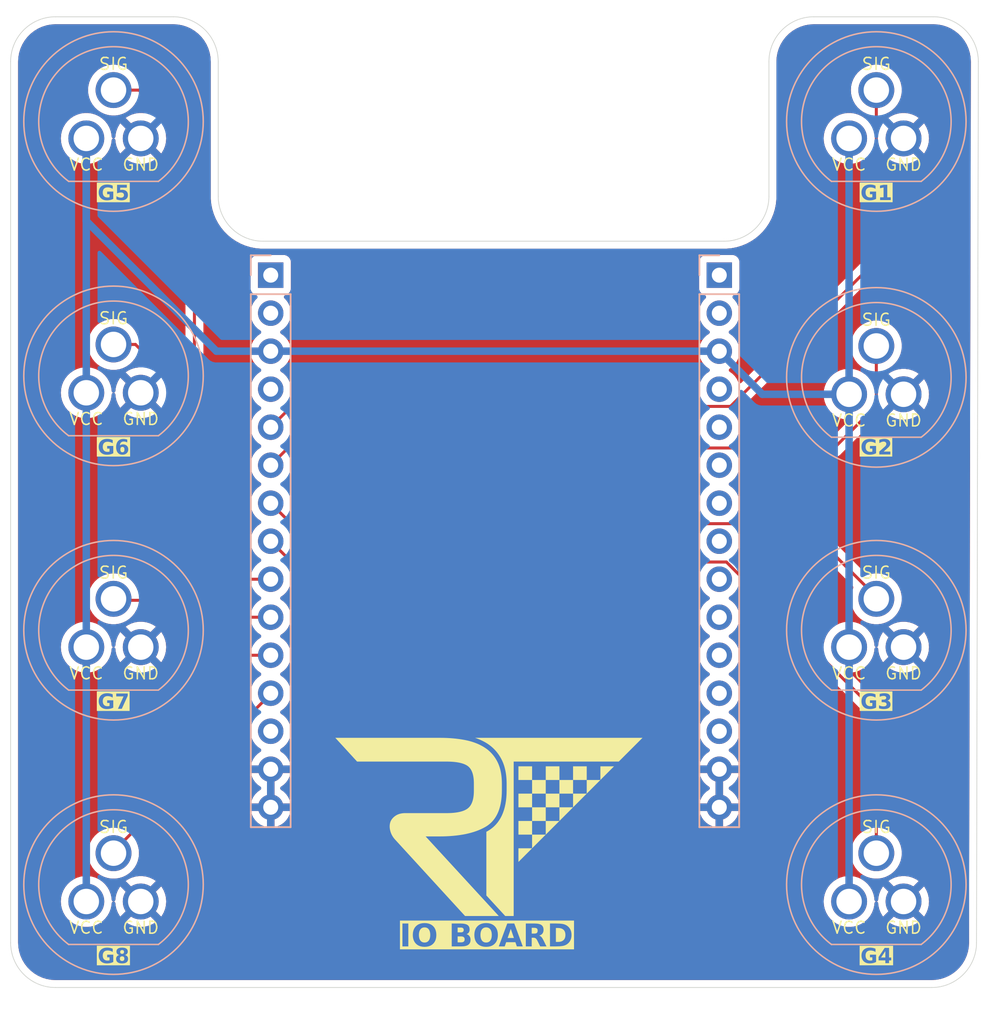
<source format=kicad_pcb>
(kicad_pcb (version 20221018) (generator pcbnew)
  (layers (0 "F.Cu" signal) (31 "B.Cu" signal) (34 "B.Paste" user) (35 "F.Paste" user) (36 "B.SilkS" user "B.Silkscreen") (37 "F.SilkS" user "F.Silkscreen") (38 "B.Mask" user) (39 "F.Mask" user) (44 "Edge.Cuts" user))
  (net 0 "")
  (net 1 "GND")
  (net 2 "GPIO1")
  (net 3 "+3V3")
  (net 4 "GPIO2")
  (net 5 "GPIO3")
  (net 6 "GPIO4")
  (net 7 "GPIO6")
  (net 8 "GPIO5")
  (net 25 "GPIO7")
  (net 26 "GPIO8")
  (footprint "RaceTrackr:RaceTrackr Interface Board Reference" (layer "F.Cu") (at 146.5 107.5)
    (fp_text reference "U1" hide)
    (fp_text value "~")
    (fp_line (start -16.43132 -41.62132) (end -16.43132 -40.29132) (stroke (width 0.12)) (layer "B.SilkS"))
    (fp_line (start -16.43132 -39.02132) (end -16.43132 -3.40132) (stroke (width 0.12)) (layer "B.SilkS"))
    (fp_line (start -15.10132 -41.62132) (end -16.43132 -41.62132) (stroke (width 0.12)) (layer "B.SilkS"))
    (fp_line (start -13.77132 -39.02132) (end -16.43132 -39.02132) (stroke (width 0.12)) (layer "B.SilkS"))
    (fp_line (start -13.77132 -39.02132) (end -13.77132 -3.40132) (stroke (width 0.12)) (layer "B.SilkS"))
    (fp_line (start -13.77132 -3.40132) (end -16.43132 -3.40132) (stroke (width 0.12)) (layer "B.SilkS"))
    (fp_line (start 13.55868 -41.62132) (end 13.55868 -40.29132) (stroke (width 0.12)) (layer "B.SilkS"))
    (fp_line (start 13.55868 -39.02132) (end 13.55868 -3.40132) (stroke (width 0.12)) (layer "B.SilkS"))
    (fp_line (start 14.88868 -41.62132) (end 13.55868 -41.62132) (stroke (width 0.12)) (layer "B.SilkS"))
    (fp_line (start 16.21868 -39.02132) (end 13.55868 -39.02132) (stroke (width 0.12)) (layer "B.SilkS"))
    (fp_line (start 16.21868 -39.02132) (end 16.21868 -3.40132) (stroke (width 0.12)) (layer "B.SilkS"))
    (fp_line (start 16.21868 -3.40132) (end 13.55868 -3.40132) (stroke (width 0.12)) (layer "B.SilkS"))
    (pad "1" thru_hole rect (at -15.10132 -40.29132 180) (size 1.7 1.7) (drill 1) (layers "*.Cu" "*.Mask"))
    (pad "2" thru_hole oval (at -15.10132 -37.75132 180) (size 1.7 1.7) (drill 1) (layers "*.Cu" "*.Mask"))
    (pad "3" thru_hole oval (at -15.10132 -35.21132 180) (size 1.7 1.7) (drill 1) (layers "*.Cu" "*.Mask") (net 3 "+3V3"))
    (pad "4" thru_hole oval (at -15.10132 -32.67132 180) (size 1.7 1.7) (drill 1) (layers "*.Cu" "*.Mask"))
    (pad "5" thru_hole oval (at -15.10132 -30.13132 180) (size 1.7 1.7) (drill 1) (layers "*.Cu" "*.Mask") (net 2 "GPIO1"))
    (pad "6" thru_hole oval (at -15.10132 -27.59132 180) (size 1.7 1.7) (drill 1) (layers "*.Cu" "*.Mask") (net 4 "GPIO2"))
    (pad "7" thru_hole oval (at -15.10132 -25.05132 180) (size 1.7 1.7) (drill 1) (layers "*.Cu" "*.Mask") (net 5 "GPIO3"))
    (pad "8" thru_hole oval (at -15.10132 -22.51132 180) (size 1.7 1.7) (drill 1) (layers "*.Cu" "*.Mask") (net 6 "GPIO4"))
    (pad "9" thru_hole oval (at -15.10132 -19.97132 180) (size 1.7 1.7) (drill 1) (layers "*.Cu" "*.Mask") (net 8 "GPIO5"))
    (pad "10" thru_hole oval (at -15.10132 -17.43132 180) (size 1.7 1.7) (drill 1) (layers "*.Cu" "*.Mask") (net 7 "GPIO6"))
    (pad "11" thru_hole oval (at -15.10132 -14.89132 180) (size 1.7 1.7) (drill 1) (layers "*.Cu" "*.Mask") (net 25 "GPIO7"))
    (pad "12" thru_hole oval (at -15.10132 -12.35132 180) (size 1.7 1.7) (drill 1) (layers "*.Cu" "*.Mask") (net 26 "GPIO8"))
    (pad "13" thru_hole oval (at -15.10132 -9.81132 180) (size 1.7 1.7) (drill 1) (layers "*.Cu" "*.Mask"))
    (pad "14" thru_hole oval (at -15.10132 -7.27132 180) (size 1.7 1.7) (drill 1) (layers "*.Cu" "*.Mask") (net 1 "GND"))
    (pad "15" thru_hole oval (at -15.10132 -4.73132 180) (size 1.7 1.7) (drill 1) (layers "*.Cu" "*.Mask") (net 1 "GND"))
    (pad "16" thru_hole oval (at 14.88868 -4.73132 180) (size 1.7 1.7) (drill 1) (layers "*.Cu" "*.Mask") (net 1 "GND"))
    (pad "17" thru_hole oval (at 14.88868 -7.27132 180) (size 1.7 1.7) (drill 1) (layers "*.Cu" "*.Mask") (net 1 "GND"))
    (pad "18" thru_hole oval (at 14.88868 -9.81132 180) (size 1.7 1.7) (drill 1) (layers "*.Cu" "*.Mask"))
    (pad "19" thru_hole oval (at 14.88868 -12.35132 180) (size 1.7 1.7) (drill 1) (layers "*.Cu" "*.Mask"))
    (pad "20" thru_hole oval (at 14.88868 -14.89132 180) (size 1.7 1.7) (drill 1) (layers "*.Cu" "*.Mask"))
    (pad "21" thru_hole oval (at 14.88868 -17.43132 180) (size 1.7 1.7) (drill 1) (layers "*.Cu" "*.Mask"))
    (pad "22" thru_hole oval (at 14.88868 -19.97132 180) (size 1.7 1.7) (drill 1) (layers "*.Cu" "*.Mask"))
    (pad "23" thru_hole oval (at 14.88868 -22.51132 180) (size 1.7 1.7) (drill 1) (layers "*.Cu" "*.Mask"))
    (pad "24" thru_hole oval (at 14.88868 -25.05132 180) (size 1.7 1.7) (drill 1) (layers "*.Cu" "*.Mask"))
    (pad "25" thru_hole oval (at 14.88868 -27.59132 180) (size 1.7 1.7) (drill 1) (layers "*.Cu" "*.Mask"))
    (pad "26" thru_hole oval (at 14.88868 -30.13132 180) (size 1.7 1.7) (drill 1) (layers "*.Cu" "*.Mask"))
    (pad "27" thru_hole oval (at 14.88868 -32.67132 180) (size 1.7 1.7) (drill 1) (layers "*.Cu" "*.Mask"))
    (pad "28" thru_hole oval (at 14.88868 -35.21132 180) (size 1.7 1.7) (drill 1) (layers "*.Cu" "*.Mask") (net 3 "+3V3"))
    (pad "29" thru_hole oval (at 14.88868 -37.75132 180) (size 1.7 1.7) (drill 1) (layers "*.Cu" "*.Mask"))
    (pad "30" thru_hole rect (at 14.88868 -40.29132 180) (size 1.7 1.7) (drill 1) (layers "*.Cu" "*.Mask"))
  )
  (footprint "RaceTrackr:GX12-3_NOSS" (layer "B.Cu") (at 171.888642 111.438642 180)
    (fp_text reference "J4" hide)
    (fp_text value "Conn_01x03")
    (fp_text user "VCC" (at 1.82 0.62 unlocked) (layer "F.SilkS") (effects (font (size 0.8 0.8) (thickness 0.1))))
    (fp_text user "GND" (at -1.82 0.62 unlocked) (layer "F.SilkS") (effects (font (size 0.8 0.8) (thickness 0.1))))
    (fp_text user "SIG" (at 0 7.35 unlocked) (layer "F.SilkS") (effects (font (size 0.8 0.8) (thickness 0.1))))
    (fp_line (start -3 -0.5) (end 3 -0.5) (stroke (width 0.1)) (layer "B.SilkS"))
    (fp_arc (start 3 -0.5) (mid 0 8.5) (end -3 -0.5) (stroke (width 0.1)) (layer "B.SilkS"))
    (fp_circle (center 0 3.5) (end -0.015 9.5) (stroke (width 0.1)) (fill none) (layer "B.SilkS"))
    (pad "1" thru_hole circle (at -1.82 2.37 180) (size 2.4 2.4) (drill 1.7) (layers "*.Cu" "*.Mask") (net 1 "GND"))
    (pad "2" thru_hole circle (at 0 5.6 180) (size 2.4 2.4) (drill 1.7) (layers "*.Cu" "*.Mask") (net 6 "GPIO4"))
    (pad "3" thru_hole circle (at 1.82 2.37 180) (size 2.4 2.4) (drill 1.7) (layers "*.Cu" "*.Mask") (net 3 "+3V3"))
  )
  (footprint "RaceTrackr:GX12-3_NOSS" (layer "B.Cu") (at 120.888642 60.438642 180)
    (fp_text reference "J5" hide)
    (fp_text value "Conn_01x03")
    (fp_text user "SIG" (at 0 7.35 unlocked) (layer "F.SilkS") (effects (font (size 0.8 0.8) (thickness 0.1))))
    (fp_text user "GND" (at -1.82 0.62 unlocked) (layer "F.SilkS") (effects (font (size 0.8 0.8) (thickness 0.1))))
    (fp_text user "VCC" (at 1.82 0.62 unlocked) (layer "F.SilkS") (effects (font (size 0.8 0.8) (thickness 0.1))))
    (fp_line (start -3 -0.5) (end 3 -0.5) (stroke (width 0.1)) (layer "B.SilkS"))
    (fp_arc (start 3 -0.5) (mid 0 8.5) (end -3 -0.5) (stroke (width 0.1)) (layer "B.SilkS"))
    (fp_circle (center 0 3.5) (end -0.015 9.5) (stroke (width 0.1)) (fill none) (layer "B.SilkS"))
    (pad "1" thru_hole circle (at -1.82 2.37 180) (size 2.4 2.4) (drill 1.7) (layers "*.Cu" "*.Mask") (net 1 "GND"))
    (pad "2" thru_hole circle (at 0 5.6 180) (size 2.4 2.4) (drill 1.7) (layers "*.Cu" "*.Mask") (net 8 "GPIO5"))
    (pad "3" thru_hole circle (at 1.82 2.37 180) (size 2.4 2.4) (drill 1.7) (layers "*.Cu" "*.Mask") (net 3 "+3V3"))
  )
  (footprint "RaceTrackr:GX12-3_NOSS" (layer "B.Cu") (at 120.888642 94.438642 180)
    (fp_text reference "J7" hide)
    (fp_text value "Conn_01x03")
    (fp_text user "GND" (at -1.82 0.62 unlocked) (layer "F.SilkS") (effects (font (size 0.8 0.8) (thickness 0.1))))
    (fp_text user "VCC" (at 1.82 0.62 unlocked) (layer "F.SilkS") (effects (font (size 0.8 0.8) (thickness 0.1))))
    (fp_text user "SIG" (at 0 7.35 unlocked) (layer "F.SilkS") (effects (font (size 0.8 0.8) (thickness 0.1))))
    (fp_line (start -3 -0.5) (end 3 -0.5) (stroke (width 0.1)) (layer "B.SilkS"))
    (fp_arc (start 3 -0.5) (mid 0 8.5) (end -3 -0.5) (stroke (width 0.1)) (layer "B.SilkS"))
    (fp_circle (center 0 3.5) (end -0.015 9.5) (stroke (width 0.1)) (fill none) (layer "B.SilkS"))
    (pad "1" thru_hole circle (at -1.82 2.37 180) (size 2.4 2.4) (drill 1.7) (layers "*.Cu" "*.Mask") (net 1 "GND"))
    (pad "2" thru_hole circle (at 0 5.6 180) (size 2.4 2.4) (drill 1.7) (layers "*.Cu" "*.Mask") (net 25 "GPIO7"))
    (pad "3" thru_hole circle (at 1.82 2.37 180) (size 2.4 2.4) (drill 1.7) (layers "*.Cu" "*.Mask") (net 3 "+3V3"))
  )
  (footprint "RaceTrackr:GX12-3_NOSS" (layer "B.Cu") (at 120.888642 111.438642 180)
    (fp_text reference "J8" hide)
    (fp_text value "Conn_01x03")
    (fp_text user "VCC" (at 1.82 0.62 unlocked) (layer "F.SilkS") (effects (font (size 0.8 0.8) (thickness 0.1))))
    (fp_text user "GND" (at -1.82 0.62 unlocked) (layer "F.SilkS") (effects (font (size 0.8 0.8) (thickness 0.1))))
    (fp_text user "SIG" (at 0 7.35 unlocked) (layer "F.SilkS") (effects (font (size 0.8 0.8) (thickness 0.1))))
    (fp_line (start -3 -0.5) (end 3 -0.5) (stroke (width 0.1)) (layer "B.SilkS"))
    (fp_arc (start 3 -0.5) (mid 0 8.5) (end -3 -0.5) (stroke (width 0.1)) (layer "B.SilkS"))
    (fp_circle (center 0 3.5) (end -0.015 9.5) (stroke (width 0.1)) (fill none) (layer "B.SilkS"))
    (pad "1" thru_hole circle (at -1.82 2.37 180) (size 2.4 2.4) (drill 1.7) (layers "*.Cu" "*.Mask") (net 1 "GND"))
    (pad "2" thru_hole circle (at 0 5.6 180) (size 2.4 2.4) (drill 1.7) (layers "*.Cu" "*.Mask") (net 26 "GPIO8"))
    (pad "3" thru_hole circle (at 1.82 2.37 180) (size 2.4 2.4) (drill 1.7) (layers "*.Cu" "*.Mask") (net 3 "+3V3"))
  )
  (footprint "RaceTrackr:GX12-3_NOSS" (layer "B.Cu") (at 171.888642 94.438642 180)
    (fp_text reference "J3" hide)
    (fp_text value "Conn_01x03")
    (fp_text user "GND" (at -1.82 0.62 unlocked) (layer "F.SilkS") (effects (font (size 0.8 0.8) (thickness 0.1))))
    (fp_text user "SIG" (at 0 7.35 unlocked) (layer "F.SilkS") (effects (font (size 0.8 0.8) (thickness 0.1))))
    (fp_text user "VCC" (at 1.82 0.62 unlocked) (layer "F.SilkS") (effects (font (size 0.8 0.8) (thickness 0.1))))
    (fp_line (start -3 -0.5) (end 3 -0.5) (stroke (width 0.1)) (layer "B.SilkS"))
    (fp_arc (start 3 -0.5) (mid 0 8.5) (end -3 -0.5) (stroke (width 0.1)) (layer "B.SilkS"))
    (fp_circle (center 0 3.5) (end -0.015 9.5) (stroke (width 0.1)) (fill none) (layer "B.SilkS"))
    (pad "1" thru_hole circle (at -1.82 2.37 180) (size 2.4 2.4) (drill 1.7) (layers "*.Cu" "*.Mask") (net 1 "GND"))
    (pad "2" thru_hole circle (at 0 5.6 180) (size 2.4 2.4) (drill 1.7) (layers "*.Cu" "*.Mask") (net 5 "GPIO3"))
    (pad "3" thru_hole circle (at 1.82 2.37 180) (size 2.4 2.4) (drill 1.7) (layers "*.Cu" "*.Mask") (net 3 "+3V3"))
  )
  (footprint "RaceTrackr:GX12-3_NOSS" (layer "B.Cu") (at 171.888642 60.438642 180)
    (fp_text reference "J1" hide)
    (fp_text value "Conn_01x03")
    (fp_text user "GND" (at -1.82 0.62 unlocked) (layer "F.SilkS") (effects (font (size 0.8 0.8) (thickness 0.1))))
    (fp_text user "VCC" (at 1.82 0.62 unlocked) (layer "F.SilkS") (effects (font (size 0.8 0.8) (thickness 0.1))))
    (fp_text user "SIG" (at 0 7.35 unlocked) (layer "F.SilkS") (effects (font (size 0.8 0.8) (thickness 0.1))))
    (fp_line (start -3 -0.5) (end 3 -0.5) (stroke (width 0.1)) (layer "B.SilkS"))
    (fp_arc (start 3 -0.5) (mid 0 8.5) (end -3 -0.5) (stroke (width 0.1)) (layer "B.SilkS"))
    (fp_circle (center 0 3.5) (end -0.015 9.5) (stroke (width 0.1)) (fill none) (layer "B.SilkS"))
    (pad "1" thru_hole circle (at -1.82 2.37 180) (size 2.4 2.4) (drill 1.7) (layers "*.Cu" "*.Mask") (net 1 "GND"))
    (pad "2" thru_hole circle (at 0 5.6 180) (size 2.4 2.4) (drill 1.7) (layers "*.Cu" "*.Mask") (net 2 "GPIO1"))
    (pad "3" thru_hole circle (at 1.82 2.37 180) (size 2.4 2.4) (drill 1.7) (layers "*.Cu" "*.Mask") (net 3 "+3V3"))
  )
  (footprint "RaceTrackr:GX12-3_NOSS" (layer "B.Cu") (at 120.888642 77.438642 180)
    (fp_text reference "J6" hide)
    (fp_text value "Conn_01x03")
    (fp_text user "VCC" (at 1.82 0.62 unlocked) (layer "F.SilkS") (effects (font (size 0.8 0.8) (thickness 0.1))))
    (fp_text user "SIG" (at 0 7.35 unlocked) (layer "F.SilkS") (effects (font (size 0.8 0.8) (thickness 0.1))))
    (fp_text user "GND" (at -1.82 0.62 unlocked) (layer "F.SilkS") (effects (font (size 0.8 0.8) (thickness 0.1))))
    (fp_line (start -3 -0.5) (end 3 -0.5) (stroke (width 0.1)) (layer "B.SilkS"))
    (fp_arc (start 3 -0.5) (mid 0 8.5) (end -3 -0.5) (stroke (width 0.1)) (layer "B.SilkS"))
    (fp_circle (center 0 3.5) (end -0.015 9.5) (stroke (width 0.1)) (fill none) (layer "B.SilkS"))
    (pad "1" thru_hole circle (at -1.82 2.37 180) (size 2.4 2.4) (drill 1.7) (layers "*.Cu" "*.Mask") (net 1 "GND"))
    (pad "2" thru_hole circle (at 0 5.6 180) (size 2.4 2.4) (drill 1.7) (layers "*.Cu" "*.Mask") (net 7 "GPIO6"))
    (pad "3" thru_hole circle (at 1.82 2.37 180) (size 2.4 2.4) (drill 1.7) (layers "*.Cu" "*.Mask") (net 3 "+3V3"))
  )
  (footprint "RaceTrackr:GX12-3_NOSS" (layer "B.Cu") (at 171.888642 77.538642 180)
    (fp_text reference "J2" hide)
    (fp_text value "Conn_01x03")
    (fp_text user "VCC" (at 1.82 0.62 unlocked) (layer "F.SilkS") (effects (font (size 0.8 0.8) (thickness 0.1))))
    (fp_text user "SIG" (at 0 7.35 unlocked) (layer "F.SilkS") (effects (font (size 0.8 0.8) (thickness 0.1))))
    (fp_text user "GND" (at -1.82 0.62 unlocked) (layer "F.SilkS") (effects (font (size 0.8 0.8) (thickness 0.1))))
    (fp_line (start -3 -0.5) (end 3 -0.5) (stroke (width 0.1)) (layer "B.SilkS"))
    (fp_arc (start 3 -0.5) (mid 0 8.5) (end -3 -0.5) (stroke (width 0.1)) (layer "B.SilkS"))
    (fp_circle (center 0 3.5) (end -0.015 9.5) (stroke (width 0.1)) (fill none) (layer "B.SilkS"))
    (pad "1" thru_hole circle (at -1.82 2.37 180) (size 2.4 2.4) (drill 1.7) (layers "*.Cu" "*.Mask") (net 1 "GND"))
    (pad "2" thru_hole circle (at 0 5.6 180) (size 2.4 2.4) (drill 1.7) (layers "*.Cu" "*.Mask") (net 4 "GPIO2"))
    (pad "3" thru_hole circle (at 1.82 2.37 180) (size 2.4 2.4) (drill 1.7) (layers "*.Cu" "*.Mask") (net 3 "+3V3"))
  )
  (gr_poly (pts (xy 154.669587 99.715294) (xy 154.399712 99.716352) (xy 147.642254 99.716352) (xy 147.642254 110.038806) (xy 147.078691 110.038806) (xy 146.880783 109.823964) (xy 145.816099 108.665618) (xy 145.816099 104.406356) (xy 145.827522 104.400294) (xy 145.839118 104.394375) (xy 145.862534 104.382742) (xy 145.874205 104.376916) (xy 145.885751 104.37101) (xy 145.897099 104.364966) (xy 145.908175 104.358731) (xy 146.060491 104.26327) (xy 146.203104 104.157689) (xy 146.335997 104.042025) (xy 146.459153 103.916315) (xy 146.572554 103.780596) (xy 146.676183 103.634906) (xy 146.770024 103.479281) (xy 146.85406 103.313759) (xy 146.928273 103.138378) (xy 146.992646 102.953174) (xy 147.047162 102.758184) (xy 147.091805 102.553446) (xy 147.126556 102.338997) (xy 147.1514 102.114875) (xy 147.166319 101.881115) (xy 147.171296 101.637756) (xy 147.171296 101.209131) (xy 147.169938 101.088039) (xy 147.165867 100.969252) (xy 147.159087 100.852796) (xy 147.1496 100.738694) (xy 147.137409 100.62697) (xy 147.122517 100.517648) (xy 147.104928 100.410752) (xy 147.084644 100.306307) (xy 147.061669 100.204336) (xy 147.036006 100.104863) (xy 147.007658 100.007912) (xy 146.976628 99.913508) (xy 146.942919 99.821674) (xy 146.906534 99.732435) (xy 146.867477 99.645814) (xy 146.82575 99.561836) (xy 146.781246 99.479307) (xy 146.734462 99.398815) (xy 146.685412 99.320376) (xy 146.634109 99.244005) (xy 146.580567 99.169717) (xy 146.524801 99.097529) (xy 146.466824 99.027455) (xy 146.40665 98.959512) (xy 146.344293 98.893714) (xy 146.279768 98.830077) (xy 146.213087 98.768616) (xy 146.144266 98.709348) (xy 146.073317 98.652288) (xy 146.000256 98.59745) (xy 145.925095 98.544851) (xy 145.84785 98.494506) (xy 145.75765 98.440074) (xy 145.664907 98.388251) (xy 145.569709 98.338972) (xy 145.472142 98.292166) (xy 145.372292 98.247767) (xy 145.270248 98.205706) (xy 145.166095 98.165914) (xy 145.059921 98.128323) (xy 150.618287 98.128323) (xy 155.858625 98.127794) (xy 156.257087 98.127794)) (fill solid) (layer "F.SilkS"))
  (gr_poly (pts (xy 150.700307 100.946665) (xy 149.786965 100.946665) (xy 149.786965 100.033323) (xy 150.700307 100.033323)) (fill solid) (layer "F.SilkS"))
  (gr_poly (pts (xy 147.960812 106.425127) (xy 147.960812 105.512315) (xy 148.873624 105.512315)) (fill solid) (layer "F.SilkS"))
  (gr_poly (pts (xy 150.700307 102.772819) (xy 149.786965 102.772819) (xy 149.786965 101.859477) (xy 150.700307 101.859477)) (fill solid) (layer "F.SilkS"))
  (gr_poly (pts (xy 151.61312 102.772819) (xy 151.61312 101.859477) (xy 152.526462 101.859477)) (fill solid) (layer "F.SilkS"))
  (gr_poly (pts (xy 150.700307 103.685631) (xy 150.700307 102.772819) (xy 151.61312 102.772819)) (fill solid) (layer "F.SilkS"))
  (gr_poly (pts (xy 148.873624 105.512315) (xy 148.873624 104.598973) (xy 149.786965 104.598973)) (fill solid) (layer "F.SilkS"))
  (gr_poly (pts (xy 148.874154 104.598973) (xy 147.960812 104.598973) (xy 147.960812 103.685631) (xy 148.874154 103.685631)) (fill solid) (layer "F.SilkS"))
  (gr_poly (pts (xy 136.324967 98.129381) (xy 142.740583 98.129381) (xy 142.957005 98.131614) (xy 143.169712 98.138311) (xy 143.378711 98.149473) (xy 143.584008 98.1651) (xy 143.785609 98.185192) (xy 143.98352 98.209749) (xy 144.177748 98.23877) (xy 144.368299 98.272256) (xy 144.461787 98.290922) (xy 144.553737 98.3112) (xy 144.644145 98.33309) (xy 144.73301 98.356592) (xy 144.820332 98.381707) (xy 144.906108 98.408434) (xy 144.990336 98.436773) (xy 145.073016 98.466725) (xy 145.154146 98.498289) (xy 145.233724 98.531465) (xy 145.311748 98.566254) (xy 145.388218 98.602655) (xy 145.463131 98.640668) (xy 145.536486 98.680293) (xy 145.608281 98.721531) (xy 145.678515 98.764381) (xy 145.74692 98.808999) (xy 145.813425 98.855539) (xy 145.878028 98.904001) (xy 145.940726 98.954385) (xy 146.001517 99.006692) (xy 146.060399 99.060921) (xy 146.11737 99.117073) (xy 146.172426 99.175147) (xy 146.225567 99.235143) (xy 146.276789 99.297062) (xy 146.32609 99.360903) (xy 146.373468 99.426666) (xy 146.418921 99.494352) (xy 146.462446 99.56396) (xy 146.504041 99.635491) (xy 146.543703 99.708944) (xy 146.581282 99.784567) (xy 146.616431 99.86261) (xy 146.649151 99.943072) (xy 146.679442 100.025956) (xy 146.707306 100.111261) (xy 146.732743 100.198988) (xy 146.755753 100.289139) (xy 146.776338 100.381713) (xy 146.794498 100.476712) (xy 146.810234 100.574136) (xy 146.823548 100.673987) (xy 146.834439 100.776265) (xy 146.842908 100.88097) (xy 146.848957 100.988104) (xy 146.852585 101.097667) (xy 146.853795 101.20966) (xy 146.853795 101.638285) (xy 146.849479 101.860014) (xy 146.836533 102.072565) (xy 146.814957 102.275936) (xy 146.800934 102.374179) (xy 146.784755 102.470127) (xy 146.766419 102.56378) (xy 146.745926 102.655137) (xy 146.723278 102.744199) (xy 146.698474 102.830966) (xy 146.671514 102.915437) (xy 146.642398 102.997612) (xy 146.611127 103.077492) (xy 146.577702 103.155075) (xy 146.542121 103.230363) (xy 146.504385 103.303354) (xy 146.464495 103.37405) (xy 146.422451 103.442449) (xy 146.378253 103.508552) (xy 146.3319 103.572358) (xy 146.283394 103.633868) (xy 146.232735 103.693081) (xy 146.179922 103.749997) (xy 146.124955 103.804616) (xy 146.067836 103.856939) (xy 146.008564 103.906964) (xy 145.94714 103.954693) (xy 145.883563 104.000124) (xy 145.817834 104.043257) (xy 145.749953 104.084094) (xy 145.608504 104.160988) (xy 145.460183 104.232922) (xy 145.304987 104.299894) (xy 145.142916 104.361906) (xy 144.973968 104.418957) (xy 144.798141 104.471047) (xy 144.615434 104.518176) (xy 144.425846 104.560344) (xy 144.229374 104.597551) (xy 144.026017 104.629797) (xy 143.815774 104.657082) (xy 143.598643 104.679406) (xy 143.374622 104.696769) (xy 143.14371 104.709172) (xy 142.905906 104.716613) (xy 142.661207 104.719093) (xy 141.755804 104.719093) (xy 145.816099 109.13446) (xy 146.647422 110.038277) (xy 144.392112 110.038277) (xy 139.723275 104.940286) (xy 139.694099 104.908288) (xy 139.666101 104.875793) (xy 139.63928 104.842803) (xy 139.613639 104.809317) (xy 139.589175 104.775334) (xy 139.56589 104.740856) (xy 139.543782 104.705881) (xy 139.522853 104.67041) (xy 139.503103 104.634444) (xy 139.48453 104.597981) (xy 139.467136 104.561022) (xy 139.45092 104.523567) (xy 139.435882 104.485616) (xy 139.422022 104.447168) (xy 139.409341 104.408225) (xy 139.397838 104.368786) (xy 139.387482 104.329197) (xy 139.37844 104.290002) (xy 139.370714 104.251197) (xy 139.364302 104.212781) (xy 139.359204 104.174748) (xy 139.355422 104.137097) (xy 139.352954 104.099825) (xy 139.3518 104.062927) (xy 139.351961 104.026402) (xy 139.353437 103.990245) (xy 139.356228 103.954455) (xy 139.360333 103.919027) (xy 139.365753 103.883959) (xy 139.372487 103.849247) (xy 139.380536 103.814889) (xy 139.3899 103.780881) (xy 139.400535 103.749497) (xy 139.412596 103.718649) (xy 139.426084 103.688339) (xy 139.440998 103.658569) (xy 139.457338 103.629342) (xy 139.475104 103.60066) (xy 139.494297 103.572525) (xy 139.514916 103.544939) (xy 139.536961 103.517905) (xy 139.560432 103.491426) (xy 139.58533 103.465503) (xy 139.611654 103.440139) (xy 139.639404 103.415337) (xy 139.66858 103.391097) (xy 139.699183 103.367424) (xy 139.731212 103.344319) (xy 139.764575 103.322212) (xy 139.79898 103.301531) (xy 139.834428 103.282276) (xy 139.870921 103.264448) (xy 139.908458 103.248046) (xy 139.947041 103.23307) (xy 139.98667 103.21952) (xy 140.027347 103.207397) (xy 140.069072 103.1967) (xy 140.111845 103.187429) (xy 140.155668 103.179585) (xy 140.200542 103.173167) (xy 140.246466 103.168175) (xy 140.293443 103.164609) (xy 140.341472 103.16247) (xy 140.390554 103.161757) (xy 143.137987 103.161757) (xy 143.264528 103.160522) (xy 143.386181 103.156817) (xy 143.502944 103.15064) (xy 143.614816 103.141987) (xy 143.721795 103.130857) (xy 143.82388 103.117248) (xy 143.921069 103.101156) (xy 144.013361 103.08258) (xy 144.100754 103.061517) (xy 144.183246 103.037966) (xy 144.260837 103.011923) (xy 144.333524 102.983386) (xy 144.401305 102.952353) (xy 144.46418 102.918822) (xy 144.522147 102.882791) (xy 144.575204 102.844256) (xy 144.624318 102.802548) (xy 144.670257 102.7566) (xy 144.713022 102.706415) (xy 144.752615 102.651995) (xy 144.789037 102.593343) (xy 144.822287 102.530461) (xy 144.852366 102.463352) (xy 144.879276 102.392017) (xy 144.903018 102.316459) (xy 144.923591 102.236681) (xy 144.940997 102.152684) (xy 144.955236 102.064471) (xy 144.96631 101.972045) (xy 144.974219 101.875407) (xy 144.978964 101.77456) (xy 144.980545 101.669506) (xy 144.980545 101.176852) (xy 144.978964 101.071866) (xy 144.974219 100.971221) (xy 144.96631 100.874917) (xy 144.955236 100.782954) (xy 144.940997 100.695331) (xy 144.923591 100.612049) (xy 144.903018 100.533109) (xy 144.879276 100.458508) (xy 144.852366 100.388249) (xy 144.822287 100.322331) (xy 144.806058 100.290999) (xy 144.789037 100.260753) (xy 144.771222 100.231592) (xy 144.752615 100.203516) (xy 144.733215 100.176526) (xy 144.713022 100.15062) (xy 144.692036 100.1258) (xy 144.670257 100.102065) (xy 144.647684 100.079415) (xy 144.624318 100.057851) (xy 144.600158 100.037371) (xy 144.575204 100.017977) (xy 144.522147 99.98154) (xy 144.46418 99.947436) (xy 144.401305 99.915668) (xy 144.333524 99.88624) (xy 144.260837 99.859152) (xy 144.183246 99.834407) (xy 144.100754 99.812008) (xy 144.013361 99.791957) (xy 143.921069 99.774256) (xy 143.82388 99.758908) (xy 143.721795 99.745914) (xy 143.614816 99.735278) (xy 143.502944 99.727002) (xy 143.386181 99.721087) (xy 143.264528 99.717536) (xy 143.137987 99.716352) (xy 137.172692 99.716352) (xy 135.716425 98.127794)) (fill solid) (layer "F.SilkS"))
  (gr_poly (pts (xy 153.439803 100.946135) (xy 153.439803 100.033323) (xy 154.352616 100.033323)) (fill solid) (layer "F.SilkS"))
  (gr_poly (pts (xy 151.613649 101.859477) (xy 150.700307 101.859477) (xy 150.700307 100.946135) (xy 151.613649 100.946135)) (fill solid) (layer "F.SilkS"))
  (gr_poly (pts (xy 149.786965 103.68616) (xy 148.873624 103.68616) (xy 148.873624 102.772819) (xy 149.786965 102.772819)) (fill solid) (layer "F.SilkS"))
  (gr_poly (pts (xy 149.786965 104.598973) (xy 149.786965 103.685631) (xy 150.700307 103.685631)) (fill solid) (layer "F.SilkS"))
  (gr_poly (pts (xy 152.526462 100.946665) (xy 151.61312 100.946665) (xy 151.61312 100.033323) (xy 152.526462 100.033323)) (fill solid) (layer "F.SilkS"))
  (gr_poly (pts (xy 148.874154 102.772819) (xy 147.960812 102.772819) (xy 147.960812 101.859477) (xy 148.874154 101.859477)) (fill solid) (layer "F.SilkS"))
  (gr_poly (pts (xy 152.526462 101.859477) (xy 152.526462 100.946135) (xy 153.439803 100.946135)) (fill solid) (layer "F.SilkS"))
  (gr_poly (pts (xy 149.786965 101.859477) (xy 148.873624 101.859477) (xy 148.873624 100.946135) (xy 149.786965 100.946135)) (fill solid) (layer "F.SilkS"))
  (gr_poly (pts (xy 148.874154 100.946665) (xy 147.960812 100.946665) (xy 147.960812 100.033323) (xy 148.874154 100.033323)) (fill solid) (layer "F.SilkS"))
  (gr_arc (start 178.587322 111.817322) (mid 177.708642 113.938642) (end 175.587322 114.817322) (stroke (width 0.05)) (layer "Edge.Cuts"))
  (gr_line (start 178.708642 52.938642) (end 178.587322 111.817322) (stroke (width 0.05)) (layer "Edge.Cuts"))
  (gr_arc (start 164.708642 61.938642) (mid 163.829962 64.059962) (end 161.708642 64.938642) (stroke (width 0.05)) (layer "Edge.Cuts"))
  (gr_line (start 175.587322 114.817322) (end 117.009962 114.817322) (stroke (width 0.05)) (layer "Edge.Cuts"))
  (gr_line (start 127.888642 61.938642) (end 127.888642 52.938642) (stroke (width 0.05)) (layer "Edge.Cuts"))
  (gr_arc (start 114.009962 52.938642) (mid 114.888642 50.817322) (end 117.009962 49.938642) (stroke (width 0.05)) (layer "Edge.Cuts"))
  (gr_arc (start 130.888642 64.938642) (mid 128.767322 64.059962) (end 127.888642 61.938642) (stroke (width 0.05)) (layer "Edge.Cuts"))
  (gr_line (start 164.708642 61.938642) (end 164.708642 52.938642) (stroke (width 0.05)) (layer "Edge.Cuts"))
  (gr_arc (start 175.708642 49.938642) (mid 177.829962 50.817322) (end 178.708642 52.938642) (stroke (width 0.05)) (layer "Edge.Cuts"))
  (gr_line (start 117.009962 49.938642) (end 124.888642 49.938642) (stroke (width 0.05)) (layer "Edge.Cuts"))
  (gr_arc (start 124.888642 49.938642) (mid 127.009962 50.817322) (end 127.888642 52.938642) (stroke (width 0.05)) (layer "Edge.Cuts"))
  (gr_arc (start 117.009962 114.817322) (mid 114.888642 113.938642) (end 114.009962 111.817322) (stroke (width 0.05)) (layer "Edge.Cuts"))
  (gr_arc (start 164.708642 52.938642) (mid 165.587322 50.817322) (end 167.708642 49.938642) (stroke (width 0.05)) (layer "Edge.Cuts"))
  (gr_line (start 161.708642 64.938642) (end 130.888642 64.938642) (stroke (width 0.05)) (layer "Edge.Cuts"))
  (gr_line (start 114.009962 52.938642) (end 114.009962 111.817322) (stroke (width 0.05)) (layer "Edge.Cuts"))
  (gr_line (start 167.708642 49.938642) (end 175.708642 49.938642) (stroke (width 0.05)) (layer "Edge.Cuts"))
  (gr_text "IO BOARD" (at 145.816099 111.446665) (layer "F.SilkS" knockout) (effects (font (size 1.5 1.5) (thickness 0.3) bold)))
  (gr_text "G2" (at 171.888642 78.188642) (layer "F.SilkS" knockout) (effects (font (size 1 1) (thickness 0.25) bold) (justify top)))
  (gr_text "G6" (at 120.888642 78.188642) (layer "F.SilkS" knockout) (effects (font (size 1 1) (thickness 0.25) bold) (justify top)))
  (gr_text "G4" (at 171.888642 112.188642) (layer "F.SilkS" knockout) (effects (font (size 1 1) (thickness 0.25) bold) (justify top)))
  (gr_text "G7" (at 120.888642 95.188642) (layer "F.SilkS" knockout) (effects (font (size 1 1) (thickness 0.25) bold) (justify top)))
  (gr_text "G3" (at 171.888642 95.188642) (layer "F.SilkS" knockout) (effects (font (size 1 1) (thickness 0.25) bold) (justify top)))
  (gr_text "G8" (at 120.888642 112.188642) (layer "F.SilkS" knockout) (effects (font (size 1 1) (thickness 0.25) bold) (justify top)))
  (gr_text "G5" (at 120.888642 61.188642) (layer "F.SilkS" knockout) (effects (font (size 1 1) (thickness 0.25) bold) (justify top)))
  (gr_text "G1" (at 171.888642 61.188642) (layer "F.SilkS" knockout) (effects (font (size 1 1) (thickness 0.25) bold) (justify top)))
  (segment (start 171.888642 66.227322) (end 162.137284 75.97868) (width 0.2) (layer "F.Cu") (net 2))
  (segment (start 171.888642 54.838642) (end 171.888642 66.227322) (width 0.2) (layer "F.Cu") (net 2))
  (segment (start 162.137284 75.97868) (end 132.78868 75.97868) (width 0.2) (layer "F.Cu") (net 2))
  (segment (start 132.78868 75.97868) (end 131.39868 77.36868) (width 0.2) (layer "F.Cu") (net 2))
  (segment (start 131.39868 72.28868) (end 127.77 72.28868) (width 0.5) (layer "B.Cu") (net 3))
  (segment (start 127.77 72.28868) (end 119.068642 63.587322) (width 0.5) (layer "B.Cu") (net 3))
  (segment (start 164.268642 75.168642) (end 170.068642 75.168642) (width 0.5) (layer "B.Cu") (net 3))
  (segment (start 119.068642 63.587322) (end 119.068642 58.068642) (width 0.5) (layer "B.Cu") (net 3))
  (segment (start 170.068642 58.068642) (end 170.068642 108.938642) (width 0.5) (layer "B.Cu") (net 3))
  (segment (start 161.38868 72.28868) (end 164.268642 75.168642) (width 0.5) (layer "B.Cu") (net 3))
  (segment (start 119.068642 58.068642) (end 119.068642 108.938642) (width 0.5) (layer "B.Cu") (net 3))
  (segment (start 131.39868 72.28868) (end 161.38868 72.28868) (width 0.5) (layer "B.Cu") (net 3))
  (segment (start 132.54868 78.75868) (end 131.39868 79.90868) (width 0.2) (layer "F.Cu") (net 4))
  (segment (start 171.888642 75.938642) (end 169.068604 78.75868) (width 0.2) (layer "F.Cu") (net 4))
  (segment (start 171.888642 71.938642) (end 171.888642 75.938642) (width 0.2) (layer "F.Cu") (net 4))
  (segment (start 169.068604 78.75868) (end 132.54868 78.75868) (width 0.2) (layer "F.Cu") (net 4))
  (segment (start 171.888642 88.708642) (end 166.997322 83.817322) (width 0.2) (layer "F.Cu") (net 5))
  (segment (start 132.767322 83.817322) (end 131.39868 82.44868) (width 0.2) (layer "F.Cu") (net 5))
  (segment (start 166.997322 83.817322) (end 132.767322 83.817322) (width 0.2) (layer "F.Cu") (net 5))
  (segment (start 161.865026 86.37868) (end 132.78868 86.37868) (width 0.2) (layer "F.Cu") (net 6))
  (segment (start 171.888642 105.708642) (end 171.888642 96.402296) (width 0.2) (layer "F.Cu") (net 6))
  (segment (start 171.888642 96.402296) (end 161.865026 86.37868) (width 0.2) (layer "F.Cu") (net 6))
  (segment (start 132.78868 86.37868) (end 131.39868 84.98868) (width 0.2) (layer "F.Cu") (net 6))
  (segment (start 124.798642 86.317322) (end 128.55 90.06868) (width 0.2) (layer "F.Cu") (net 7))
  (segment (start 121.118642 71.838642) (end 122.355698 71.838642) (width 0.2) (layer "F.Cu") (net 7))
  (segment (start 122.355698 71.838642) (end 124.798642 74.281586) (width 0.2) (layer "F.Cu") (net 7))
  (segment (start 124.798642 74.281586) (end 124.798642 86.317322) (width 0.2) (layer "F.Cu") (net 7))
  (segment (start 128.55 90.06868) (end 131.39868 90.06868) (width 0.2) (layer "F.Cu") (net 7))
  (segment (start 122.585698 54.838642) (end 126.298642 58.551586) (width 0.2) (layer "F.Cu") (net 8))
  (segment (start 126.298642 58.551586) (end 126.298642 84.817322) (width 0.2) (layer "F.Cu") (net 8))
  (segment (start 126.298642 84.817322) (end 129.01 87.52868) (width 0.2) (layer "F.Cu") (net 8))
  (segment (start 120.888642 54.838642) (end 122.585698 54.838642) (width 0.2) (layer "F.Cu") (net 8))
  (segment (start 129.01 87.52868) (end 131.39868 87.52868) (width 0.2) (layer "F.Cu") (net 8))
  (segment (start 120.888642 88.838642) (end 120.988642 88.938642) (width 0.2) (layer "F.Cu") (net 25))
  (segment (start 124.919962 88.938642) (end 128.59 92.60868) (width 0.2) (layer "F.Cu") (net 25))
  (segment (start 120.988642 88.938642) (end 124.919962 88.938642) (width 0.2) (layer "F.Cu") (net 25))
  (segment (start 128.59 92.60868) (end 131.39868 92.60868) (width 0.2) (layer "F.Cu") (net 25))
  (segment (start 120.888642 105.708642) (end 131.39868 95.198604) (width 0.2) (layer "F.Cu") (net 26))
  (segment (start 131.39868 95.198604) (end 131.39868 95.14868) (width 0.2) (layer "F.Cu") (net 26))
  (zone (net 1) (net_name "GND") (layers "F&B.Cu") (connect_pads (clearance 0.5)) (min_thickness 0.25) (fill yes (thermal_gap 0.5) (thermal_bridge_width 0.5))
    (polygon (pts (xy 113.298642 48.817322) (xy 179.298642 48.817322) (xy 179.298642 115.817322) (xy 113.798642 115.817322)))
  )
)
</source>
